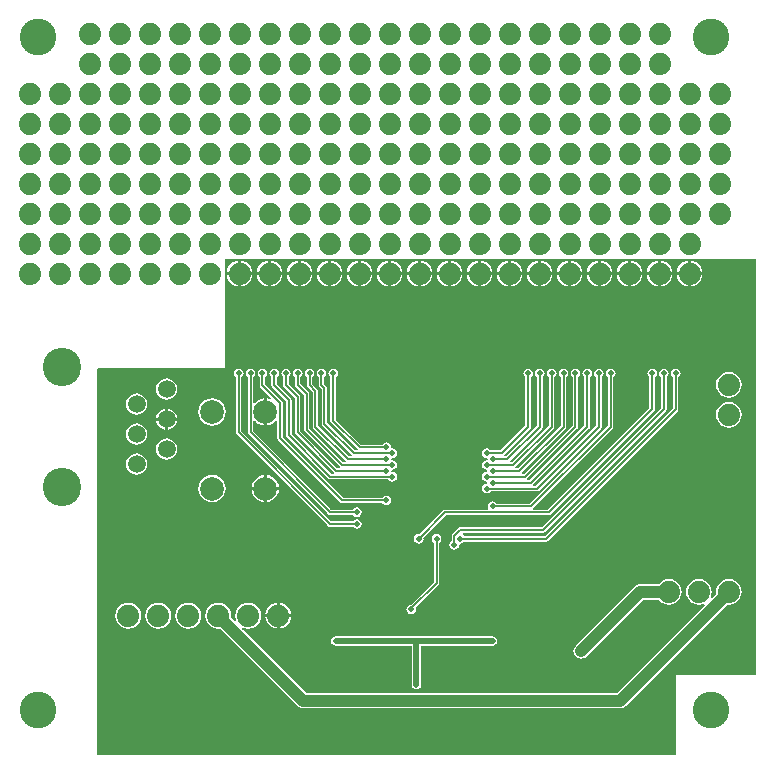
<source format=gbl>
G04 Layer_Physical_Order=2*
G04 Layer_Color=12500520*
%FSLAX25Y25*%
%MOIN*%
G70*
G01*
G75*
%ADD10C,0.05906*%
%ADD33C,0.03937*%
%ADD34C,0.00591*%
%ADD35C,0.01969*%
%ADD37C,0.07400*%
%ADD38C,0.12205*%
%ADD39C,0.12795*%
%ADD40C,0.07874*%
%ADD41C,0.01969*%
%ADD42C,0.03937*%
G36*
X255002Y166142D02*
X255002Y27559D01*
X228346D01*
Y903D01*
X35433D01*
X35433Y129568D01*
X35787Y129921D01*
X77953Y129921D01*
X77953Y166142D01*
X255002Y166142D01*
D02*
G37*
%LPC*%
G36*
X58622Y126310D02*
X57697Y126188D01*
X56835Y125831D01*
X56095Y125263D01*
X55527Y124523D01*
X55170Y123661D01*
X55048Y122736D01*
X55170Y121811D01*
X55527Y120949D01*
X56095Y120209D01*
X56835Y119641D01*
X57697Y119284D01*
X58622Y119162D01*
X59547Y119284D01*
X60409Y119641D01*
X61149Y120209D01*
X61717Y120949D01*
X62074Y121811D01*
X62196Y122736D01*
X62074Y123661D01*
X61717Y124523D01*
X61149Y125263D01*
X60409Y125831D01*
X59547Y126188D01*
X58622Y126310D01*
D02*
G37*
G36*
X48622Y121310D02*
X47697Y121188D01*
X46835Y120831D01*
X46095Y120263D01*
X45527Y119523D01*
X45170Y118661D01*
X45048Y117736D01*
X45170Y116811D01*
X45527Y115949D01*
X46095Y115209D01*
X46835Y114641D01*
X47697Y114284D01*
X48622Y114162D01*
X49547Y114284D01*
X50409Y114641D01*
X51149Y115209D01*
X51717Y115949D01*
X52074Y116811D01*
X52196Y117736D01*
X52074Y118661D01*
X51717Y119523D01*
X51149Y120263D01*
X50409Y120831D01*
X49547Y121188D01*
X48622Y121310D01*
D02*
G37*
G36*
X90551Y129558D02*
X89937Y129436D01*
X89416Y129088D01*
X89068Y128567D01*
X88946Y127953D01*
X89068Y127338D01*
X89416Y126817D01*
X89648Y126662D01*
Y124016D01*
X89717Y123670D01*
X89912Y123377D01*
X93507Y119783D01*
X93224Y119359D01*
X92717Y119569D01*
X92035Y119658D01*
Y115157D01*
Y110657D01*
X92717Y110747D01*
X93819Y111203D01*
X94765Y111928D01*
X95053Y112305D01*
X95553Y112135D01*
Y106299D01*
X95622Y105954D01*
X95818Y105661D01*
X116487Y84991D01*
X116780Y84795D01*
X117126Y84727D01*
X130599D01*
X130754Y84495D01*
X131275Y84146D01*
X131890Y84024D01*
X132504Y84146D01*
X133025Y84495D01*
X133373Y85015D01*
X133495Y85630D01*
X133373Y86244D01*
X133025Y86765D01*
X132504Y87113D01*
X131890Y87236D01*
X131275Y87113D01*
X130754Y86765D01*
X130599Y86533D01*
X117500D01*
X97360Y106673D01*
Y118110D01*
X97291Y118456D01*
X97095Y118749D01*
X91454Y124390D01*
Y126662D01*
X91686Y126817D01*
X92035Y127338D01*
X92157Y127953D01*
X92035Y128567D01*
X91686Y129088D01*
X91166Y129436D01*
X90551Y129558D01*
D02*
G37*
G36*
X82453Y160760D02*
X78691D01*
X78773Y160140D01*
X79205Y159096D01*
X79893Y158200D01*
X80789Y157512D01*
X81833Y157080D01*
X82453Y156998D01*
Y160760D01*
D02*
G37*
G36*
X246063Y128501D02*
X244943Y128353D01*
X243899Y127921D01*
X243003Y127233D01*
X242315Y126337D01*
X241883Y125293D01*
X241735Y124173D01*
X241883Y123053D01*
X242315Y122009D01*
X243003Y121113D01*
X243899Y120425D01*
X244943Y119993D01*
X246063Y119846D01*
X247183Y119993D01*
X248227Y120425D01*
X249123Y121113D01*
X249811Y122009D01*
X250243Y123053D01*
X250391Y124173D01*
X250243Y125293D01*
X249811Y126337D01*
X249123Y127233D01*
X248227Y127921D01*
X247183Y128353D01*
X246063Y128501D01*
D02*
G37*
G36*
X73819Y119724D02*
X72637Y119569D01*
X71536Y119112D01*
X70590Y118387D01*
X69864Y117441D01*
X69408Y116339D01*
X69252Y115157D01*
X69408Y113976D01*
X69864Y112874D01*
X70590Y111928D01*
X71536Y111203D01*
X72637Y110747D01*
X73819Y110591D01*
X75001Y110747D01*
X76102Y111203D01*
X77048Y111928D01*
X77774Y112874D01*
X78230Y113976D01*
X78386Y115157D01*
X78230Y116339D01*
X77774Y117441D01*
X77048Y118387D01*
X76102Y119112D01*
X75001Y119569D01*
X73819Y119724D01*
D02*
G37*
G36*
X246063Y118501D02*
X244943Y118353D01*
X243899Y117921D01*
X243003Y117233D01*
X242315Y116337D01*
X241883Y115293D01*
X241735Y114173D01*
X241883Y113053D01*
X242315Y112009D01*
X243003Y111113D01*
X243899Y110425D01*
X244943Y109993D01*
X246063Y109846D01*
X247183Y109993D01*
X248227Y110425D01*
X249123Y111113D01*
X249811Y112009D01*
X250243Y113053D01*
X250391Y114173D01*
X250243Y115293D01*
X249811Y116337D01*
X249123Y117233D01*
X248227Y117921D01*
X247183Y118353D01*
X246063Y118501D01*
D02*
G37*
G36*
X58122Y112236D02*
X55114D01*
X55170Y111811D01*
X55527Y110949D01*
X56095Y110209D01*
X56835Y109641D01*
X57697Y109284D01*
X58122Y109228D01*
Y112236D01*
D02*
G37*
G36*
X59122Y116244D02*
Y113236D01*
X62130D01*
X62074Y113661D01*
X61717Y114523D01*
X61149Y115263D01*
X60409Y115831D01*
X59547Y116188D01*
X59122Y116244D01*
D02*
G37*
G36*
X58122D02*
X57697Y116188D01*
X56835Y115831D01*
X56095Y115263D01*
X55527Y114523D01*
X55170Y113661D01*
X55114Y113236D01*
X58122D01*
Y116244D01*
D02*
G37*
G36*
X86614Y129558D02*
X86000Y129436D01*
X85479Y129088D01*
X85131Y128567D01*
X85009Y127953D01*
X85131Y127338D01*
X85479Y126817D01*
X85711Y126662D01*
Y108268D01*
X85780Y107922D01*
X85975Y107629D01*
X112550Y81054D01*
X112843Y80858D01*
X112901Y80847D01*
X113189Y80790D01*
X113189Y80790D01*
X120757D01*
X120912Y80558D01*
X121433Y80209D01*
X122047Y80087D01*
X122662Y80209D01*
X123183Y80558D01*
X123531Y81078D01*
X123653Y81693D01*
X123531Y82307D01*
X123183Y82828D01*
X122662Y83176D01*
X122047Y83299D01*
X121433Y83176D01*
X120912Y82828D01*
X120757Y82596D01*
X113563D01*
X87517Y108642D01*
Y112135D01*
X88017Y112305D01*
X88306Y111928D01*
X89252Y111203D01*
X90354Y110747D01*
X91035Y110657D01*
Y115157D01*
Y119658D01*
X90354Y119569D01*
X89252Y119112D01*
X88306Y118387D01*
X88017Y118010D01*
X87517Y118180D01*
Y126662D01*
X87749Y126817D01*
X88098Y127338D01*
X88220Y127953D01*
X88098Y128567D01*
X87749Y129088D01*
X87229Y129436D01*
X86614Y129558D01*
D02*
G37*
G36*
X92453Y160760D02*
X88691D01*
X88773Y160140D01*
X89205Y159096D01*
X89893Y158200D01*
X90789Y157512D01*
X91833Y157080D01*
X92453Y156998D01*
Y160760D01*
D02*
G37*
G36*
X182453D02*
X178691D01*
X178773Y160140D01*
X179205Y159096D01*
X179893Y158200D01*
X180789Y157512D01*
X181833Y157080D01*
X182453Y156998D01*
Y160760D01*
D02*
G37*
G36*
X172453D02*
X168691D01*
X168773Y160140D01*
X169205Y159096D01*
X169893Y158200D01*
X170789Y157512D01*
X171833Y157080D01*
X172453Y156998D01*
Y160760D01*
D02*
G37*
G36*
X162453D02*
X158691D01*
X158773Y160140D01*
X159205Y159096D01*
X159893Y158200D01*
X160789Y157512D01*
X161833Y157080D01*
X162453Y156998D01*
Y160760D01*
D02*
G37*
G36*
X212453D02*
X208691D01*
X208773Y160140D01*
X209205Y159096D01*
X209893Y158200D01*
X210789Y157512D01*
X211833Y157080D01*
X212453Y156998D01*
Y160760D01*
D02*
G37*
G36*
X202453D02*
X198691D01*
X198773Y160140D01*
X199205Y159096D01*
X199893Y158200D01*
X200789Y157512D01*
X201833Y157080D01*
X202453Y156998D01*
Y160760D01*
D02*
G37*
G36*
X192453D02*
X188691D01*
X188773Y160140D01*
X189205Y159096D01*
X189893Y158200D01*
X190789Y157512D01*
X191833Y157080D01*
X192453Y156998D01*
Y160760D01*
D02*
G37*
G36*
X122453D02*
X118691D01*
X118773Y160140D01*
X119205Y159096D01*
X119893Y158200D01*
X120789Y157512D01*
X121833Y157080D01*
X122453Y156998D01*
Y160760D01*
D02*
G37*
G36*
X112453D02*
X108691D01*
X108773Y160140D01*
X109205Y159096D01*
X109893Y158200D01*
X110789Y157512D01*
X111833Y157080D01*
X112453Y156998D01*
Y160760D01*
D02*
G37*
G36*
X102453D02*
X98691D01*
X98773Y160140D01*
X99205Y159096D01*
X99893Y158200D01*
X100789Y157512D01*
X101833Y157080D01*
X102453Y156998D01*
Y160760D01*
D02*
G37*
G36*
X152453D02*
X148691D01*
X148773Y160140D01*
X149205Y159096D01*
X149893Y158200D01*
X150789Y157512D01*
X151833Y157080D01*
X152453Y156998D01*
Y160760D01*
D02*
G37*
G36*
X142453D02*
X138691D01*
X138773Y160140D01*
X139205Y159096D01*
X139893Y158200D01*
X140789Y157512D01*
X141833Y157080D01*
X142453Y156998D01*
Y160760D01*
D02*
G37*
G36*
X132453D02*
X128691D01*
X128773Y160140D01*
X129205Y159096D01*
X129893Y158200D01*
X130789Y157512D01*
X131833Y157080D01*
X132453Y156998D01*
Y160760D01*
D02*
G37*
G36*
X226063Y59446D02*
X224943Y59298D01*
X223899Y58866D01*
X223003Y58178D01*
X222635Y57699D01*
X216535D01*
X215867Y57611D01*
X215685Y57536D01*
X215245Y57353D01*
X214710Y56943D01*
X195025Y37258D01*
X194615Y36724D01*
X194486Y36412D01*
X194357Y36101D01*
X194269Y35433D01*
X194357Y34765D01*
X194486Y34454D01*
X194615Y34143D01*
X195025Y33608D01*
X195560Y33198D01*
X195871Y33069D01*
X196182Y32940D01*
X196850Y32852D01*
X197518Y32940D01*
X197830Y33069D01*
X198141Y33198D01*
X198676Y33608D01*
X217605Y52537D01*
X222635D01*
X223003Y52058D01*
X223899Y51370D01*
X224943Y50938D01*
X226063Y50791D01*
X227183Y50938D01*
X228227Y51370D01*
X229123Y52058D01*
X229811Y52954D01*
X230243Y53998D01*
X230391Y55118D01*
X230243Y56238D01*
X229811Y57282D01*
X229123Y58178D01*
X228227Y58866D01*
X227183Y59298D01*
X226063Y59446D01*
D02*
G37*
G36*
X96366Y51506D02*
Y47744D01*
X100128D01*
X100046Y48364D01*
X99614Y49408D01*
X98926Y50304D01*
X98030Y50992D01*
X96986Y51424D01*
X96366Y51506D01*
D02*
G37*
G36*
X95366D02*
X94746Y51424D01*
X93702Y50992D01*
X92806Y50304D01*
X92118Y49408D01*
X91686Y48364D01*
X91604Y47744D01*
X95366D01*
Y51506D01*
D02*
G37*
G36*
X228346Y129558D02*
X227732Y129436D01*
X227211Y129088D01*
X226863Y128567D01*
X226741Y127953D01*
X226863Y127338D01*
X227211Y126817D01*
X227443Y126662D01*
Y116516D01*
X184665Y73738D01*
X157787D01*
X157631Y73970D01*
X157429Y74106D01*
X157287Y74753D01*
X157288Y74755D01*
X157383Y74884D01*
X184055D01*
X184401Y74953D01*
X184694Y75149D01*
X225048Y115503D01*
X225244Y115796D01*
X225313Y116142D01*
Y126662D01*
X225545Y126817D01*
X225893Y127338D01*
X226015Y127953D01*
X225893Y128567D01*
X225545Y129088D01*
X225024Y129436D01*
X224410Y129558D01*
X223795Y129436D01*
X223274Y129088D01*
X222926Y128567D01*
X222804Y127953D01*
X222926Y127338D01*
X223274Y126817D01*
X223506Y126662D01*
Y116516D01*
X183681Y76691D01*
X156496D01*
X156150Y76622D01*
X155857Y76426D01*
X153889Y74458D01*
X153693Y74164D01*
X153624Y73819D01*
Y72157D01*
X153392Y72001D01*
X153044Y71481D01*
X152922Y70866D01*
X153044Y70252D01*
X153392Y69731D01*
X153913Y69383D01*
X154528Y69261D01*
X155142Y69383D01*
X155663Y69731D01*
X156011Y70252D01*
X156133Y70866D01*
X156131Y70878D01*
X156484Y71231D01*
X156496Y71229D01*
X157111Y71351D01*
X157631Y71699D01*
X157787Y71931D01*
X185039D01*
X185385Y72000D01*
X185678Y72196D01*
X228985Y115503D01*
X229181Y115796D01*
X229250Y116142D01*
Y126662D01*
X229482Y126817D01*
X229830Y127338D01*
X229952Y127953D01*
X229830Y128567D01*
X229482Y129088D01*
X228961Y129436D01*
X228346Y129558D01*
D02*
G37*
G36*
X246063Y59446D02*
X244943Y59298D01*
X243899Y58866D01*
X243003Y58178D01*
X242315Y57282D01*
X241883Y56238D01*
X241735Y55118D01*
X241814Y54520D01*
X240425Y53130D01*
X240001Y53413D01*
X240243Y53998D01*
X240391Y55118D01*
X240243Y56238D01*
X239811Y57282D01*
X239123Y58178D01*
X238227Y58866D01*
X237183Y59298D01*
X236063Y59446D01*
X234943Y59298D01*
X233899Y58866D01*
X233003Y58178D01*
X232315Y57282D01*
X231883Y56238D01*
X231735Y55118D01*
X231883Y53998D01*
X232315Y52954D01*
X233003Y52058D01*
X233899Y51370D01*
X234943Y50938D01*
X236063Y50791D01*
X237183Y50938D01*
X237768Y51180D01*
X238051Y50756D01*
X208773Y21479D01*
X105282D01*
X83878Y42882D01*
X84162Y43306D01*
X84746Y43064D01*
X85866Y42917D01*
X86986Y43064D01*
X88030Y43496D01*
X88926Y44184D01*
X89614Y45080D01*
X90046Y46124D01*
X90194Y47244D01*
X90046Y48364D01*
X89614Y49408D01*
X88926Y50304D01*
X88030Y50992D01*
X86986Y51424D01*
X85866Y51572D01*
X84746Y51424D01*
X83702Y50992D01*
X82806Y50304D01*
X82118Y49408D01*
X81686Y48364D01*
X81539Y47244D01*
X81686Y46124D01*
X81928Y45539D01*
X81504Y45256D01*
X80115Y46646D01*
X80194Y47244D01*
X80046Y48364D01*
X79614Y49408D01*
X78926Y50304D01*
X78030Y50992D01*
X76986Y51424D01*
X75866Y51572D01*
X74746Y51424D01*
X73702Y50992D01*
X72806Y50304D01*
X72118Y49408D01*
X71686Y48364D01*
X71539Y47244D01*
X71686Y46124D01*
X72118Y45080D01*
X72806Y44184D01*
X73702Y43496D01*
X74746Y43064D01*
X75866Y42917D01*
X76465Y42995D01*
X102387Y17073D01*
X102922Y16662D01*
X103544Y16405D01*
X104213Y16317D01*
X209842D01*
X210511Y16405D01*
X210768Y16511D01*
X211133Y16662D01*
X211668Y17073D01*
X245464Y50869D01*
X246063Y50791D01*
X247183Y50938D01*
X248227Y51370D01*
X249123Y52058D01*
X249811Y52954D01*
X250243Y53998D01*
X250391Y55118D01*
X250243Y56238D01*
X249811Y57282D01*
X249123Y58178D01*
X248227Y58866D01*
X247183Y59298D01*
X246063Y59446D01*
D02*
G37*
G36*
X148622Y74440D02*
X148008Y74318D01*
X147487Y73970D01*
X147139Y73449D01*
X147016Y72835D01*
X147139Y72220D01*
X147487Y71699D01*
X147719Y71544D01*
Y58445D01*
X140183Y50909D01*
X140157Y50914D01*
X139543Y50792D01*
X139022Y50444D01*
X138674Y49923D01*
X138552Y49309D01*
X138674Y48694D01*
X139022Y48173D01*
X139543Y47825D01*
X140157Y47703D01*
X140772Y47825D01*
X141293Y48173D01*
X141641Y48694D01*
X141763Y49309D01*
X141659Y49831D01*
X149261Y57432D01*
X149457Y57725D01*
X149525Y58071D01*
Y71544D01*
X149757Y71699D01*
X150106Y72220D01*
X150228Y72835D01*
X150106Y73449D01*
X149757Y73970D01*
X149237Y74318D01*
X148622Y74440D01*
D02*
G37*
G36*
X55866Y51572D02*
X54746Y51424D01*
X53702Y50992D01*
X52806Y50304D01*
X52118Y49408D01*
X51686Y48364D01*
X51539Y47244D01*
X51686Y46124D01*
X52118Y45080D01*
X52806Y44184D01*
X53702Y43496D01*
X54746Y43064D01*
X55866Y42917D01*
X56986Y43064D01*
X58030Y43496D01*
X58926Y44184D01*
X59614Y45080D01*
X60046Y46124D01*
X60194Y47244D01*
X60046Y48364D01*
X59614Y49408D01*
X58926Y50304D01*
X58030Y50992D01*
X56986Y51424D01*
X55866Y51572D01*
D02*
G37*
G36*
X45866D02*
X44746Y51424D01*
X43702Y50992D01*
X42806Y50304D01*
X42118Y49408D01*
X41686Y48364D01*
X41539Y47244D01*
X41686Y46124D01*
X42118Y45080D01*
X42806Y44184D01*
X43702Y43496D01*
X44746Y43064D01*
X45866Y42917D01*
X46986Y43064D01*
X48030Y43496D01*
X48926Y44184D01*
X49614Y45080D01*
X50046Y46124D01*
X50194Y47244D01*
X50046Y48364D01*
X49614Y49408D01*
X48926Y50304D01*
X48030Y50992D01*
X46986Y51424D01*
X45866Y51572D01*
D02*
G37*
G36*
X167323Y40385D02*
X114961D01*
X114346Y40263D01*
X113825Y39915D01*
X113477Y39394D01*
X113355Y38780D01*
X113477Y38165D01*
X113825Y37644D01*
X114346Y37296D01*
X114961Y37174D01*
X140323D01*
Y24213D01*
X140446Y23598D01*
X140794Y23077D01*
X141315Y22729D01*
X141929Y22607D01*
X142544Y22729D01*
X143064Y23077D01*
X143413Y23598D01*
X143535Y24213D01*
Y37174D01*
X167323D01*
X167937Y37296D01*
X168458Y37644D01*
X168806Y38165D01*
X168929Y38780D01*
X168806Y39394D01*
X168458Y39915D01*
X167937Y40263D01*
X167323Y40385D01*
D02*
G37*
G36*
X95366Y46744D02*
X91604D01*
X91686Y46124D01*
X92118Y45080D01*
X92806Y44184D01*
X93702Y43496D01*
X94746Y43064D01*
X95366Y42982D01*
Y46744D01*
D02*
G37*
G36*
X100128D02*
X96366D01*
Y42982D01*
X96986Y43064D01*
X98030Y43496D01*
X98926Y44184D01*
X99614Y45080D01*
X100046Y46124D01*
X100128Y46744D01*
D02*
G37*
G36*
X65866Y51572D02*
X64746Y51424D01*
X63702Y50992D01*
X62806Y50304D01*
X62118Y49408D01*
X61686Y48364D01*
X61539Y47244D01*
X61686Y46124D01*
X62118Y45080D01*
X62806Y44184D01*
X63702Y43496D01*
X64746Y43064D01*
X65866Y42917D01*
X66986Y43064D01*
X68030Y43496D01*
X68926Y44184D01*
X69614Y45080D01*
X70046Y46124D01*
X70194Y47244D01*
X70046Y48364D01*
X69614Y49408D01*
X68926Y50304D01*
X68030Y50992D01*
X66986Y51424D01*
X65866Y51572D01*
D02*
G37*
G36*
X82677Y129558D02*
X82063Y129436D01*
X81542Y129088D01*
X81194Y128567D01*
X81072Y127953D01*
X81194Y127338D01*
X81542Y126817D01*
X81774Y126662D01*
Y108268D01*
X81843Y107922D01*
X82038Y107629D01*
X112550Y77117D01*
X112843Y76921D01*
X113189Y76853D01*
X120757D01*
X120912Y76621D01*
X121433Y76272D01*
X122047Y76150D01*
X122662Y76272D01*
X123183Y76621D01*
X123531Y77141D01*
X123653Y77756D01*
X123531Y78370D01*
X123183Y78891D01*
X122662Y79239D01*
X122047Y79362D01*
X121433Y79239D01*
X120912Y78891D01*
X120757Y78659D01*
X113563D01*
X83580Y108642D01*
Y126662D01*
X83812Y126817D01*
X84161Y127338D01*
X84283Y127953D01*
X84161Y128567D01*
X83812Y129088D01*
X83292Y129436D01*
X82677Y129558D01*
D02*
G37*
G36*
X102362Y129558D02*
X101748Y129436D01*
X101227Y129088D01*
X100879Y128567D01*
X100757Y127953D01*
X100879Y127338D01*
X101227Y126817D01*
X101459Y126662D01*
Y124016D01*
X101528Y123670D01*
X101724Y123377D01*
X104412Y120689D01*
Y109252D01*
X104481Y108906D01*
X104676Y108613D01*
X116414Y96876D01*
X116354Y96584D01*
X116226Y96376D01*
X115532D01*
X103265Y108642D01*
Y120079D01*
X103197Y120424D01*
X103001Y120717D01*
X99328Y124390D01*
Y126662D01*
X99561Y126817D01*
X99909Y127338D01*
X100031Y127953D01*
X99909Y128567D01*
X99561Y129088D01*
X99040Y129436D01*
X98425Y129558D01*
X97811Y129436D01*
X97290Y129088D01*
X96942Y128567D01*
X96820Y127953D01*
X96942Y127338D01*
X97290Y126817D01*
X97522Y126662D01*
Y124016D01*
X97591Y123670D01*
X97787Y123377D01*
X101459Y119705D01*
Y108268D01*
X101528Y107922D01*
X101724Y107629D01*
X114445Y94907D01*
X114385Y94615D01*
X114257Y94407D01*
X113563D01*
X100313Y107658D01*
Y119095D01*
X100244Y119440D01*
X100048Y119733D01*
X95391Y124390D01*
Y126662D01*
X95624Y126817D01*
X95972Y127338D01*
X96094Y127953D01*
X95972Y128567D01*
X95624Y129088D01*
X95103Y129436D01*
X94488Y129558D01*
X93874Y129436D01*
X93353Y129088D01*
X93005Y128567D01*
X92883Y127953D01*
X93005Y127338D01*
X93353Y126817D01*
X93585Y126662D01*
Y124016D01*
X93654Y123670D01*
X93849Y123377D01*
X98506Y118720D01*
Y107283D01*
X98575Y106938D01*
X98771Y106645D01*
X112550Y92865D01*
X112843Y92669D01*
X113189Y92601D01*
X132568D01*
X132723Y92369D01*
X133244Y92020D01*
X133858Y91898D01*
X134473Y92020D01*
X134994Y92369D01*
X135342Y92889D01*
X135464Y93504D01*
X135342Y94118D01*
X134994Y94639D01*
X134473Y94987D01*
X133858Y95110D01*
X133847Y95107D01*
X133586Y95368D01*
X133524Y95473D01*
X133586Y95577D01*
X133847Y95838D01*
X133858Y95835D01*
X134473Y95957D01*
X134994Y96306D01*
X135342Y96826D01*
X135464Y97441D01*
X135342Y98055D01*
X134994Y98576D01*
X134473Y98924D01*
X133858Y99047D01*
X133847Y99044D01*
X133586Y99305D01*
X133524Y99410D01*
X133586Y99514D01*
X133847Y99775D01*
X133858Y99772D01*
X134473Y99894D01*
X134994Y100243D01*
X135342Y100763D01*
X135464Y101378D01*
X135342Y101992D01*
X134994Y102513D01*
X134473Y102861D01*
X133858Y102984D01*
X133847Y102981D01*
X133586Y103242D01*
X133481Y103418D01*
X133373Y103961D01*
X133025Y104482D01*
X132504Y104830D01*
X131890Y104952D01*
X131275Y104830D01*
X130754Y104482D01*
X130599Y104250D01*
X123406D01*
X115076Y112579D01*
Y126662D01*
X115309Y126817D01*
X115657Y127338D01*
X115779Y127953D01*
X115657Y128567D01*
X115309Y129088D01*
X114788Y129436D01*
X114173Y129558D01*
X113559Y129436D01*
X113038Y129088D01*
X112690Y128567D01*
X112568Y127953D01*
X112690Y127338D01*
X113038Y126817D01*
X113270Y126662D01*
Y112205D01*
X113339Y111859D01*
X113535Y111566D01*
X122320Y102781D01*
X122259Y102489D01*
X122132Y102281D01*
X121437D01*
X112124Y111595D01*
Y123031D01*
X112055Y123377D01*
X111859Y123670D01*
X111139Y124390D01*
Y126662D01*
X111372Y126817D01*
X111720Y127338D01*
X111842Y127953D01*
X111720Y128567D01*
X111372Y129088D01*
X110851Y129436D01*
X110236Y129558D01*
X109622Y129436D01*
X109101Y129088D01*
X108753Y128567D01*
X108631Y127953D01*
X108753Y127338D01*
X109101Y126817D01*
X109333Y126662D01*
Y124016D01*
X109402Y123670D01*
X109598Y123377D01*
X110317Y122657D01*
Y111221D01*
X110386Y110875D01*
X110582Y110582D01*
X120351Y100813D01*
X120291Y100521D01*
X120163Y100313D01*
X119469D01*
X109171Y110610D01*
Y122047D01*
X109102Y122393D01*
X108906Y122686D01*
X107202Y124390D01*
Y126662D01*
X107435Y126817D01*
X107783Y127338D01*
X107905Y127953D01*
X107783Y128567D01*
X107435Y129088D01*
X106914Y129436D01*
X106299Y129558D01*
X105685Y129436D01*
X105164Y129088D01*
X104816Y128567D01*
X104694Y127953D01*
X104816Y127338D01*
X105164Y126817D01*
X105396Y126662D01*
Y124016D01*
X105465Y123670D01*
X105661Y123377D01*
X107365Y121673D01*
Y110236D01*
X107433Y109891D01*
X107629Y109598D01*
X118383Y98844D01*
X118322Y98553D01*
X118194Y98344D01*
X117500D01*
X106218Y109626D01*
Y121063D01*
X106149Y121409D01*
X105954Y121702D01*
X103265Y124390D01*
Y126662D01*
X103498Y126817D01*
X103846Y127338D01*
X103968Y127953D01*
X103846Y128567D01*
X103498Y129088D01*
X102977Y129436D01*
X102362Y129558D01*
D02*
G37*
G36*
X48622Y101310D02*
X47697Y101188D01*
X46835Y100831D01*
X46095Y100263D01*
X45527Y99523D01*
X45170Y98661D01*
X45048Y97736D01*
X45170Y96811D01*
X45527Y95949D01*
X46095Y95209D01*
X46835Y94641D01*
X47697Y94284D01*
X48622Y94162D01*
X49547Y94284D01*
X50409Y94641D01*
X51149Y95209D01*
X51717Y95949D01*
X52074Y96811D01*
X52196Y97736D01*
X52074Y98661D01*
X51717Y99523D01*
X51149Y100263D01*
X50409Y100831D01*
X49547Y101188D01*
X48622Y101310D01*
D02*
G37*
G36*
X202756Y129558D02*
X202141Y129436D01*
X201621Y129088D01*
X201273Y128567D01*
X201150Y127953D01*
X201273Y127338D01*
X201621Y126817D01*
X201853Y126662D01*
Y110610D01*
X181712Y90470D01*
X181018D01*
X180891Y90678D01*
X180830Y90970D01*
X199458Y109598D01*
X199653Y109891D01*
X199722Y110236D01*
Y126662D01*
X199954Y126817D01*
X200302Y127338D01*
X200425Y127953D01*
X200302Y128567D01*
X199954Y129088D01*
X199433Y129436D01*
X198819Y129558D01*
X198204Y129436D01*
X197684Y129088D01*
X197336Y128567D01*
X197213Y127953D01*
X197336Y127338D01*
X197684Y126817D01*
X197916Y126662D01*
Y110610D01*
X179744Y92439D01*
X179050D01*
X178922Y92647D01*
X178862Y92939D01*
X195520Y109598D01*
X195716Y109891D01*
X195728Y109948D01*
X195785Y110236D01*
X195785Y110236D01*
Y126662D01*
X196017Y126817D01*
X196365Y127338D01*
X196487Y127953D01*
X196365Y128567D01*
X196017Y129088D01*
X195496Y129436D01*
X194882Y129558D01*
X194267Y129436D01*
X193746Y129088D01*
X193398Y128567D01*
X193276Y127953D01*
X193398Y127338D01*
X193746Y126817D01*
X193979Y126662D01*
Y110610D01*
X177776Y94407D01*
X177081D01*
X176953Y94615D01*
X176893Y94907D01*
X191584Y109598D01*
X191779Y109891D01*
X191848Y110236D01*
Y126662D01*
X192080Y126817D01*
X192428Y127338D01*
X192551Y127953D01*
X192428Y128567D01*
X192080Y129088D01*
X191559Y129436D01*
X190945Y129558D01*
X190330Y129436D01*
X189810Y129088D01*
X189461Y128567D01*
X189339Y127953D01*
X189461Y127338D01*
X189810Y126817D01*
X190042Y126662D01*
Y110610D01*
X175807Y96376D01*
X175113D01*
X174985Y96584D01*
X174925Y96876D01*
X187646Y109598D01*
X187646Y109598D01*
X187842Y109891D01*
X187911Y110236D01*
Y126662D01*
X188143Y126817D01*
X188491Y127338D01*
X188613Y127953D01*
X188491Y128567D01*
X188143Y129088D01*
X187622Y129436D01*
X187008Y129558D01*
X186393Y129436D01*
X185872Y129088D01*
X185524Y128567D01*
X185402Y127953D01*
X185524Y127338D01*
X185872Y126817D01*
X186105Y126662D01*
Y110610D01*
X173838Y98344D01*
X173144D01*
X173017Y98552D01*
X172956Y98844D01*
X183710Y109598D01*
X183710Y109598D01*
X183905Y109891D01*
X183974Y110236D01*
Y126662D01*
X184206Y126817D01*
X184554Y127338D01*
X184677Y127953D01*
X184554Y128567D01*
X184206Y129088D01*
X183685Y129436D01*
X183071Y129558D01*
X182456Y129436D01*
X181936Y129088D01*
X181587Y128567D01*
X181465Y127953D01*
X181587Y127338D01*
X181936Y126817D01*
X182168Y126662D01*
Y110610D01*
X171870Y100313D01*
X171176D01*
X171048Y100521D01*
X170987Y100813D01*
X179772Y109598D01*
X179772Y109598D01*
X179968Y109891D01*
X179980Y109948D01*
X180037Y110236D01*
X180037Y110236D01*
Y126662D01*
X180269Y126817D01*
X180617Y127338D01*
X180739Y127953D01*
X180617Y128567D01*
X180269Y129088D01*
X179748Y129436D01*
X179134Y129558D01*
X178519Y129436D01*
X177998Y129088D01*
X177650Y128567D01*
X177528Y127953D01*
X177650Y127338D01*
X177998Y126817D01*
X178231Y126662D01*
Y110610D01*
X169902Y102281D01*
X166645D01*
X166490Y102513D01*
X165969Y102861D01*
X165354Y102984D01*
X164740Y102861D01*
X164219Y102513D01*
X163871Y101992D01*
X163749Y101378D01*
X163871Y100763D01*
X164219Y100243D01*
X164740Y99894D01*
X165354Y99772D01*
X165366Y99775D01*
X165719Y99421D01*
X165717Y99410D01*
X165719Y99398D01*
X165366Y99044D01*
X165354Y99047D01*
X164740Y98924D01*
X164219Y98576D01*
X163871Y98055D01*
X163749Y97441D01*
X163871Y96826D01*
X164219Y96306D01*
X164740Y95957D01*
X165354Y95835D01*
X165404Y95472D01*
X165354Y95110D01*
X164740Y94987D01*
X164219Y94639D01*
X163871Y94118D01*
X163749Y93504D01*
X163871Y92889D01*
X164219Y92369D01*
X164740Y92020D01*
X165354Y91898D01*
X165404Y91535D01*
X165354Y91173D01*
X164740Y91050D01*
X164219Y90702D01*
X163871Y90181D01*
X163749Y89567D01*
X163871Y88952D01*
X164219Y88432D01*
X164740Y88083D01*
X165354Y87961D01*
X165969Y88083D01*
X166490Y88432D01*
X166645Y88664D01*
X182087D01*
X182432Y88732D01*
X182725Y88928D01*
X203395Y109598D01*
X203590Y109891D01*
X203659Y110236D01*
Y126662D01*
X203891Y126817D01*
X204239Y127338D01*
X204362Y127953D01*
X204239Y128567D01*
X203891Y129088D01*
X203370Y129436D01*
X202756Y129558D01*
D02*
G37*
G36*
X62130Y112236D02*
X59122D01*
Y109228D01*
X59547Y109284D01*
X60409Y109641D01*
X61149Y110209D01*
X61717Y110949D01*
X62074Y111811D01*
X62130Y112236D01*
D02*
G37*
G36*
X48622Y111310D02*
X47697Y111188D01*
X46835Y110831D01*
X46095Y110263D01*
X45527Y109523D01*
X45170Y108661D01*
X45048Y107736D01*
X45170Y106811D01*
X45527Y105949D01*
X46095Y105209D01*
X46835Y104641D01*
X47697Y104284D01*
X48622Y104162D01*
X49547Y104284D01*
X50409Y104641D01*
X51149Y105209D01*
X51717Y105949D01*
X52074Y106811D01*
X52196Y107736D01*
X52074Y108661D01*
X51717Y109523D01*
X51149Y110263D01*
X50409Y110831D01*
X49547Y111188D01*
X48622Y111310D01*
D02*
G37*
G36*
X58622Y106310D02*
X57697Y106188D01*
X56835Y105831D01*
X56095Y105263D01*
X55527Y104523D01*
X55170Y103661D01*
X55048Y102736D01*
X55170Y101811D01*
X55527Y100949D01*
X56095Y100209D01*
X56835Y99641D01*
X57697Y99284D01*
X58622Y99162D01*
X59547Y99284D01*
X60409Y99641D01*
X61149Y100209D01*
X61717Y100949D01*
X62074Y101811D01*
X62196Y102736D01*
X62074Y103661D01*
X61717Y104523D01*
X61149Y105263D01*
X60409Y105831D01*
X59547Y106188D01*
X58622Y106310D01*
D02*
G37*
G36*
X91035Y89067D02*
X87035D01*
X87124Y88385D01*
X87581Y87284D01*
X88306Y86338D01*
X89252Y85612D01*
X90354Y85156D01*
X91035Y85066D01*
Y89067D01*
D02*
G37*
G36*
X73819Y94134D02*
X72637Y93978D01*
X71536Y93522D01*
X70590Y92796D01*
X69864Y91850D01*
X69408Y90749D01*
X69252Y89567D01*
X69408Y88385D01*
X69864Y87284D01*
X70590Y86338D01*
X71536Y85612D01*
X72637Y85156D01*
X73819Y85000D01*
X75001Y85156D01*
X76102Y85612D01*
X77048Y86338D01*
X77774Y87284D01*
X78230Y88385D01*
X78386Y89567D01*
X78230Y90749D01*
X77774Y91850D01*
X77048Y92796D01*
X76102Y93522D01*
X75001Y93978D01*
X73819Y94134D01*
D02*
G37*
G36*
X220472Y129558D02*
X219858Y129436D01*
X219337Y129088D01*
X218989Y128567D01*
X218867Y127953D01*
X218989Y127338D01*
X219337Y126817D01*
X219569Y126662D01*
Y116516D01*
X185650Y82596D01*
X181018D01*
X180891Y82804D01*
X180830Y83096D01*
X207332Y109598D01*
X207527Y109891D01*
X207596Y110236D01*
Y126662D01*
X207828Y126817D01*
X208176Y127338D01*
X208299Y127953D01*
X208176Y128567D01*
X207828Y129088D01*
X207307Y129436D01*
X206693Y129558D01*
X206079Y129436D01*
X205557Y129088D01*
X205209Y128567D01*
X205087Y127953D01*
X205209Y127338D01*
X205557Y126817D01*
X205790Y126662D01*
Y110610D01*
X179744Y84565D01*
X168613D01*
X168458Y84797D01*
X167937Y85145D01*
X167323Y85267D01*
X166708Y85145D01*
X166188Y84797D01*
X165839Y84276D01*
X165717Y83661D01*
X165830Y83096D01*
X165805Y82960D01*
X165610Y82596D01*
X151575D01*
X151229Y82527D01*
X150936Y82332D01*
X142990Y74386D01*
X142717Y74440D01*
X142102Y74318D01*
X141581Y73970D01*
X141233Y73449D01*
X141111Y72835D01*
X141233Y72220D01*
X141581Y71699D01*
X142102Y71351D01*
X142717Y71229D01*
X143331Y71351D01*
X143852Y71699D01*
X144200Y72220D01*
X144322Y72835D01*
X144268Y73109D01*
X151949Y80790D01*
X186024D01*
X186369Y80858D01*
X186662Y81054D01*
X221111Y115503D01*
X221307Y115796D01*
X221376Y116142D01*
Y126662D01*
X221608Y126817D01*
X221956Y127338D01*
X222078Y127953D01*
X221956Y128567D01*
X221608Y129088D01*
X221087Y129436D01*
X220472Y129558D01*
D02*
G37*
G36*
X92035Y94068D02*
Y90067D01*
X96036D01*
X95947Y90749D01*
X95490Y91850D01*
X94765Y92796D01*
X93819Y93522D01*
X92717Y93978D01*
X92035Y94068D01*
D02*
G37*
G36*
X91035D02*
X90354Y93978D01*
X89252Y93522D01*
X88306Y92796D01*
X87581Y91850D01*
X87124Y90749D01*
X87035Y90067D01*
X91035D01*
Y94068D01*
D02*
G37*
G36*
X96036Y89067D02*
X92035D01*
Y85066D01*
X92717Y85156D01*
X93819Y85612D01*
X94765Y86338D01*
X95490Y87284D01*
X95947Y88385D01*
X96036Y89067D01*
D02*
G37*
G36*
X232453Y165522D02*
X231833Y165440D01*
X230789Y165008D01*
X229893Y164320D01*
X229205Y163424D01*
X228773Y162380D01*
X228691Y161760D01*
X232453D01*
Y165522D01*
D02*
G37*
G36*
X222453D02*
X221833Y165440D01*
X220789Y165008D01*
X219893Y164320D01*
X219205Y163424D01*
X218773Y162380D01*
X218691Y161760D01*
X222453D01*
Y165522D01*
D02*
G37*
G36*
X212453D02*
X211833Y165440D01*
X210789Y165008D01*
X209893Y164320D01*
X209205Y163424D01*
X208773Y162380D01*
X208691Y161760D01*
X212453D01*
Y165522D01*
D02*
G37*
G36*
X103453D02*
Y161760D01*
X107214D01*
X107133Y162380D01*
X106701Y163424D01*
X106013Y164320D01*
X105117Y165008D01*
X104073Y165440D01*
X103453Y165522D01*
D02*
G37*
G36*
X93453D02*
Y161760D01*
X97215D01*
X97133Y162380D01*
X96701Y163424D01*
X96013Y164320D01*
X95117Y165008D01*
X94073Y165440D01*
X93453Y165522D01*
D02*
G37*
G36*
X83453D02*
Y161760D01*
X87214D01*
X87133Y162380D01*
X86700Y163424D01*
X86013Y164320D01*
X85116Y165008D01*
X84073Y165440D01*
X83453Y165522D01*
D02*
G37*
G36*
X172453D02*
X171833Y165440D01*
X170789Y165008D01*
X169893Y164320D01*
X169205Y163424D01*
X168773Y162380D01*
X168691Y161760D01*
X172453D01*
Y165522D01*
D02*
G37*
G36*
X162453D02*
X161833Y165440D01*
X160789Y165008D01*
X159893Y164320D01*
X159205Y163424D01*
X158773Y162380D01*
X158691Y161760D01*
X162453D01*
Y165522D01*
D02*
G37*
G36*
X152453D02*
X151833Y165440D01*
X150789Y165008D01*
X149893Y164320D01*
X149205Y163424D01*
X148773Y162380D01*
X148691Y161760D01*
X152453D01*
Y165522D01*
D02*
G37*
G36*
X202453D02*
X201833Y165440D01*
X200789Y165008D01*
X199893Y164320D01*
X199205Y163424D01*
X198773Y162380D01*
X198691Y161760D01*
X202453D01*
Y165522D01*
D02*
G37*
G36*
X192453D02*
X191833Y165440D01*
X190789Y165008D01*
X189893Y164320D01*
X189205Y163424D01*
X188773Y162380D01*
X188691Y161760D01*
X192453D01*
Y165522D01*
D02*
G37*
G36*
X182453D02*
X181833Y165440D01*
X180789Y165008D01*
X179893Y164320D01*
X179205Y163424D01*
X178773Y162380D01*
X178691Y161760D01*
X182453D01*
Y165522D01*
D02*
G37*
G36*
X113453D02*
Y161760D01*
X117215D01*
X117133Y162380D01*
X116700Y163424D01*
X116013Y164320D01*
X115117Y165008D01*
X114073Y165440D01*
X113453Y165522D01*
D02*
G37*
G36*
X203453D02*
Y161760D01*
X207214D01*
X207133Y162380D01*
X206701Y163424D01*
X206013Y164320D01*
X205117Y165008D01*
X204073Y165440D01*
X203453Y165522D01*
D02*
G37*
G36*
X193453D02*
Y161760D01*
X197214D01*
X197133Y162380D01*
X196701Y163424D01*
X196013Y164320D01*
X195117Y165008D01*
X194073Y165440D01*
X193453Y165522D01*
D02*
G37*
G36*
X183453D02*
Y161760D01*
X187215D01*
X187133Y162380D01*
X186700Y163424D01*
X186013Y164320D01*
X185117Y165008D01*
X184073Y165440D01*
X183453Y165522D01*
D02*
G37*
G36*
X233453D02*
Y161760D01*
X237214D01*
X237133Y162380D01*
X236701Y163424D01*
X236013Y164320D01*
X235117Y165008D01*
X234073Y165440D01*
X233453Y165522D01*
D02*
G37*
G36*
X223453D02*
Y161760D01*
X227215D01*
X227133Y162380D01*
X226701Y163424D01*
X226013Y164320D01*
X225117Y165008D01*
X224073Y165440D01*
X223453Y165522D01*
D02*
G37*
G36*
X213453D02*
Y161760D01*
X217214D01*
X217133Y162380D01*
X216701Y163424D01*
X216013Y164320D01*
X215117Y165008D01*
X214073Y165440D01*
X213453Y165522D01*
D02*
G37*
G36*
X143453D02*
Y161760D01*
X147214D01*
X147133Y162380D01*
X146701Y163424D01*
X146013Y164320D01*
X145117Y165008D01*
X144073Y165440D01*
X143453Y165522D01*
D02*
G37*
G36*
X133453D02*
Y161760D01*
X137215D01*
X137133Y162380D01*
X136700Y163424D01*
X136013Y164320D01*
X135117Y165008D01*
X134073Y165440D01*
X133453Y165522D01*
D02*
G37*
G36*
X123453D02*
Y161760D01*
X127215D01*
X127133Y162380D01*
X126700Y163424D01*
X126013Y164320D01*
X125117Y165008D01*
X124073Y165440D01*
X123453Y165522D01*
D02*
G37*
G36*
X173453D02*
Y161760D01*
X177215D01*
X177133Y162380D01*
X176700Y163424D01*
X176013Y164320D01*
X175117Y165008D01*
X174073Y165440D01*
X173453Y165522D01*
D02*
G37*
G36*
X163453D02*
Y161760D01*
X167215D01*
X167133Y162380D01*
X166700Y163424D01*
X166013Y164320D01*
X165117Y165008D01*
X164073Y165440D01*
X163453Y165522D01*
D02*
G37*
G36*
X153453D02*
Y161760D01*
X157214D01*
X157133Y162380D01*
X156701Y163424D01*
X156013Y164320D01*
X155117Y165008D01*
X154073Y165440D01*
X153453Y165522D01*
D02*
G37*
G36*
X147214Y160760D02*
X143453D01*
Y156998D01*
X144073Y157080D01*
X145117Y157512D01*
X146013Y158200D01*
X146701Y159096D01*
X147133Y160140D01*
X147214Y160760D01*
D02*
G37*
G36*
X137215D02*
X133453D01*
Y156998D01*
X134073Y157080D01*
X135117Y157512D01*
X136013Y158200D01*
X136700Y159096D01*
X137133Y160140D01*
X137215Y160760D01*
D02*
G37*
G36*
X127215D02*
X123453D01*
Y156998D01*
X124073Y157080D01*
X125117Y157512D01*
X126013Y158200D01*
X126700Y159096D01*
X127133Y160140D01*
X127215Y160760D01*
D02*
G37*
G36*
X177215D02*
X173453D01*
Y156998D01*
X174073Y157080D01*
X175117Y157512D01*
X176013Y158200D01*
X176700Y159096D01*
X177133Y160140D01*
X177215Y160760D01*
D02*
G37*
G36*
X167215D02*
X163453D01*
Y156998D01*
X164073Y157080D01*
X165117Y157512D01*
X166013Y158200D01*
X166700Y159096D01*
X167133Y160140D01*
X167215Y160760D01*
D02*
G37*
G36*
X157214D02*
X153453D01*
Y156998D01*
X154073Y157080D01*
X155117Y157512D01*
X156013Y158200D01*
X156701Y159096D01*
X157133Y160140D01*
X157214Y160760D01*
D02*
G37*
G36*
X87214D02*
X83453D01*
Y156998D01*
X84073Y157080D01*
X85116Y157512D01*
X86013Y158200D01*
X86700Y159096D01*
X87133Y160140D01*
X87214Y160760D01*
D02*
G37*
G36*
X232453D02*
X228691D01*
X228773Y160140D01*
X229205Y159096D01*
X229893Y158200D01*
X230789Y157512D01*
X231833Y157080D01*
X232453Y156998D01*
Y160760D01*
D02*
G37*
G36*
X222453D02*
X218691D01*
X218773Y160140D01*
X219205Y159096D01*
X219893Y158200D01*
X220789Y157512D01*
X221833Y157080D01*
X222453Y156998D01*
Y160760D01*
D02*
G37*
G36*
X117215D02*
X113453D01*
Y156998D01*
X114073Y157080D01*
X115117Y157512D01*
X116013Y158200D01*
X116700Y159096D01*
X117133Y160140D01*
X117215Y160760D01*
D02*
G37*
G36*
X107214D02*
X103453D01*
Y156998D01*
X104073Y157080D01*
X105117Y157512D01*
X106013Y158200D01*
X106701Y159096D01*
X107133Y160140D01*
X107214Y160760D01*
D02*
G37*
G36*
X97215D02*
X93453D01*
Y156998D01*
X94073Y157080D01*
X95117Y157512D01*
X96013Y158200D01*
X96701Y159096D01*
X97133Y160140D01*
X97215Y160760D01*
D02*
G37*
G36*
X187215D02*
X183453D01*
Y156998D01*
X184073Y157080D01*
X185117Y157512D01*
X186013Y158200D01*
X186700Y159096D01*
X187133Y160140D01*
X187215Y160760D01*
D02*
G37*
G36*
X112453Y165522D02*
X111833Y165440D01*
X110789Y165008D01*
X109893Y164320D01*
X109205Y163424D01*
X108773Y162380D01*
X108691Y161760D01*
X112453D01*
Y165522D01*
D02*
G37*
G36*
X102453D02*
X101833Y165440D01*
X100789Y165008D01*
X99893Y164320D01*
X99205Y163424D01*
X98773Y162380D01*
X98691Y161760D01*
X102453D01*
Y165522D01*
D02*
G37*
G36*
X92453D02*
X91833Y165440D01*
X90789Y165008D01*
X89893Y164320D01*
X89205Y163424D01*
X88773Y162380D01*
X88691Y161760D01*
X92453D01*
Y165522D01*
D02*
G37*
G36*
X142453D02*
X141833Y165440D01*
X140789Y165008D01*
X139893Y164320D01*
X139205Y163424D01*
X138773Y162380D01*
X138691Y161760D01*
X142453D01*
Y165522D01*
D02*
G37*
G36*
X132453D02*
X131833Y165440D01*
X130789Y165008D01*
X129893Y164320D01*
X129205Y163424D01*
X128773Y162380D01*
X128691Y161760D01*
X132453D01*
Y165522D01*
D02*
G37*
G36*
X122453D02*
X121833Y165440D01*
X120789Y165008D01*
X119893Y164320D01*
X119205Y163424D01*
X118773Y162380D01*
X118691Y161760D01*
X122453D01*
Y165522D01*
D02*
G37*
G36*
X217214Y160760D02*
X213453D01*
Y156998D01*
X214073Y157080D01*
X215117Y157512D01*
X216013Y158200D01*
X216701Y159096D01*
X217133Y160140D01*
X217214Y160760D01*
D02*
G37*
G36*
X207214D02*
X203453D01*
Y156998D01*
X204073Y157080D01*
X205117Y157512D01*
X206013Y158200D01*
X206701Y159096D01*
X207133Y160140D01*
X207214Y160760D01*
D02*
G37*
G36*
X197214D02*
X193453D01*
Y156998D01*
X194073Y157080D01*
X195117Y157512D01*
X196013Y158200D01*
X196701Y159096D01*
X197133Y160140D01*
X197214Y160760D01*
D02*
G37*
G36*
X82453Y165522D02*
X81833Y165440D01*
X80789Y165008D01*
X79893Y164320D01*
X79205Y163424D01*
X78773Y162380D01*
X78691Y161760D01*
X82453D01*
Y165522D01*
D02*
G37*
G36*
X237214Y160760D02*
X233453D01*
Y156998D01*
X234073Y157080D01*
X235117Y157512D01*
X236013Y158200D01*
X236701Y159096D01*
X237133Y160140D01*
X237214Y160760D01*
D02*
G37*
G36*
X227215D02*
X223453D01*
Y156998D01*
X224073Y157080D01*
X225117Y157512D01*
X226013Y158200D01*
X226701Y159096D01*
X227133Y160140D01*
X227215Y160760D01*
D02*
G37*
%LPD*%
D10*
X58622Y122736D02*
D03*
X48622Y117736D02*
D03*
X58622Y112736D02*
D03*
X48622Y107736D02*
D03*
X58622Y102736D02*
D03*
X48622Y97736D02*
D03*
D33*
X196850Y35433D02*
X216535Y55118D01*
X226063D01*
X209842Y18898D02*
X246063Y55118D01*
X104213Y18898D02*
X209842D01*
X75866Y47244D02*
X104213Y18898D01*
D34*
X206693Y110236D02*
Y127953D01*
X202756Y110236D02*
Y127953D01*
X198819Y110236D02*
Y127953D01*
X194882Y110236D02*
Y127953D01*
X190945Y110236D02*
Y127953D01*
X176181Y95472D02*
X190945Y110236D01*
X187008D02*
Y127953D01*
X183071Y110236D02*
Y127953D01*
X179134Y110236D02*
Y127953D01*
X165354Y97441D02*
X174213D01*
X187008Y110236D01*
X167323Y95472D02*
X176181D01*
X165354Y93504D02*
X178150D01*
X194882Y110236D01*
X167323Y91535D02*
X180118D01*
X198819Y110236D01*
X165354Y89567D02*
X182087D01*
X202756Y110236D01*
X167323Y83661D02*
X180118D01*
X206693Y110236D01*
X167323Y99410D02*
X172244D01*
X183071Y110236D01*
X165354Y101378D02*
X170276D01*
X179134Y110236D01*
X154528Y70866D02*
Y73819D01*
X156496Y75787D01*
X148622Y58071D02*
Y72835D01*
X142717D02*
X151575Y81693D01*
X156496Y72835D02*
X185039D01*
X228346Y116142D01*
Y127953D01*
X156496Y75787D02*
X184055D01*
X224410Y116142D01*
Y127953D01*
X151575Y81693D02*
X186024D01*
X220472Y116142D01*
Y127953D01*
X86614Y108268D02*
Y127953D01*
Y108268D02*
X113189Y81693D01*
X122047D01*
X82677Y108268D02*
Y127953D01*
Y108268D02*
X113189Y77756D01*
X122047D01*
X96457Y106299D02*
X117126Y85630D01*
X131890D01*
X113189Y93504D02*
X133858D01*
X115157Y95472D02*
X131890D01*
X117126Y97441D02*
X133858D01*
X119095Y99410D02*
X131890D01*
X121063Y101378D02*
X133858D01*
X123031Y103347D02*
X131890D01*
X114173Y112205D02*
X123031Y103347D01*
X114173Y112205D02*
Y127953D01*
X90551Y124016D02*
Y127953D01*
Y124016D02*
X96457Y118110D01*
Y106299D02*
Y118110D01*
X99410Y107283D02*
X113189Y93504D01*
X94488Y124016D02*
Y127953D01*
Y124016D02*
X99410Y119095D01*
Y107283D02*
Y119095D01*
X102362Y108268D02*
X115157Y95472D01*
X98425Y124016D02*
Y127953D01*
Y124016D02*
X102362Y120079D01*
Y108268D02*
Y120079D01*
X105315Y109252D02*
X117126Y97441D01*
X102362Y124016D02*
Y127953D01*
Y124016D02*
X105315Y121063D01*
Y109252D02*
Y121063D01*
X108268Y110236D02*
X119095Y99410D01*
X106299Y124016D02*
Y127953D01*
Y124016D02*
X108268Y122047D01*
Y110236D02*
Y122047D01*
X111221Y111221D02*
X121063Y101378D01*
X110236Y124016D02*
Y127953D01*
Y124016D02*
X111221Y123031D01*
Y111221D02*
Y123031D01*
X140157Y49606D02*
X148622Y58071D01*
X140157Y49309D02*
Y49606D01*
D35*
X141929Y38780D02*
X143701D01*
X137795D02*
X141929D01*
X141929Y38780D02*
X141929Y38780D01*
X141929Y24213D02*
Y38780D01*
X114961Y38780D02*
X125984D01*
X161417D02*
X167323D01*
X155512D02*
X161417D01*
X149606D02*
X155512D01*
X143701D02*
X149606D01*
X131890D02*
X137795D01*
X125984D02*
X131890D01*
D37*
X222953Y231260D02*
D03*
Y241260D02*
D03*
Y181260D02*
D03*
Y191260D02*
D03*
Y171260D02*
D03*
Y161260D02*
D03*
Y221260D02*
D03*
Y211260D02*
D03*
Y201260D02*
D03*
X212953Y241260D02*
D03*
X202953D02*
D03*
X192953D02*
D03*
X182953D02*
D03*
X172953D02*
D03*
X162953D02*
D03*
X152953D02*
D03*
X142953D02*
D03*
X62953D02*
D03*
X72953D02*
D03*
X82953D02*
D03*
X92953D02*
D03*
X102953D02*
D03*
X112953D02*
D03*
X122953D02*
D03*
X132953D02*
D03*
X52953D02*
D03*
X42953D02*
D03*
X32953D02*
D03*
X212953Y231260D02*
D03*
X202953D02*
D03*
X192953D02*
D03*
X182953D02*
D03*
X172953D02*
D03*
X162953D02*
D03*
X152953D02*
D03*
X142953D02*
D03*
X62953D02*
D03*
X72953D02*
D03*
X82953D02*
D03*
X92953D02*
D03*
X102953D02*
D03*
X112953D02*
D03*
X122953D02*
D03*
X132953D02*
D03*
X52953D02*
D03*
X42953D02*
D03*
X32953D02*
D03*
X242953Y181260D02*
D03*
X232953D02*
D03*
Y191260D02*
D03*
X242953D02*
D03*
X232953Y171260D02*
D03*
Y161260D02*
D03*
X242953Y221260D02*
D03*
X232953D02*
D03*
X242953Y211260D02*
D03*
X232953D02*
D03*
Y201260D02*
D03*
X242953D02*
D03*
X212953D02*
D03*
X202953D02*
D03*
X192953D02*
D03*
X182953D02*
D03*
X172953D02*
D03*
X162953D02*
D03*
X152953D02*
D03*
X142953D02*
D03*
X62953D02*
D03*
X72953D02*
D03*
X82953D02*
D03*
X92953D02*
D03*
X102953D02*
D03*
X112953D02*
D03*
X122953D02*
D03*
X132953D02*
D03*
X52953D02*
D03*
X42953D02*
D03*
X32953D02*
D03*
X22953D02*
D03*
X12953D02*
D03*
Y211260D02*
D03*
X22953D02*
D03*
X32953D02*
D03*
X42953D02*
D03*
X52953D02*
D03*
X132953D02*
D03*
X122953D02*
D03*
X112953D02*
D03*
X102953D02*
D03*
X92953D02*
D03*
X82953D02*
D03*
X72953D02*
D03*
X62953D02*
D03*
X142953D02*
D03*
X152953D02*
D03*
X162953D02*
D03*
X172953D02*
D03*
X182953D02*
D03*
X192953D02*
D03*
X202953D02*
D03*
X212953D02*
D03*
X12953Y221260D02*
D03*
X22953D02*
D03*
X32953D02*
D03*
X42953D02*
D03*
X52953D02*
D03*
X132953D02*
D03*
X122953D02*
D03*
X112953D02*
D03*
X102953D02*
D03*
X92953D02*
D03*
X82953D02*
D03*
X72953D02*
D03*
X62953D02*
D03*
X142953D02*
D03*
X152953D02*
D03*
X162953D02*
D03*
X172953D02*
D03*
X182953D02*
D03*
X192953D02*
D03*
X202953D02*
D03*
X212953D02*
D03*
Y161260D02*
D03*
X202953D02*
D03*
X192953D02*
D03*
X182953D02*
D03*
X172953D02*
D03*
X162953D02*
D03*
X152953D02*
D03*
X142953D02*
D03*
X62953D02*
D03*
X72953D02*
D03*
X82953D02*
D03*
X92953D02*
D03*
X102953D02*
D03*
X112953D02*
D03*
X122953D02*
D03*
X132953D02*
D03*
X52953D02*
D03*
X42953D02*
D03*
X32953D02*
D03*
X22953D02*
D03*
X12953D02*
D03*
Y171260D02*
D03*
X22953D02*
D03*
X32953D02*
D03*
X42953D02*
D03*
X52953D02*
D03*
X132953D02*
D03*
X122953D02*
D03*
X112953D02*
D03*
X102953D02*
D03*
X92953D02*
D03*
X82953D02*
D03*
X72953D02*
D03*
X62953D02*
D03*
X142953D02*
D03*
X152953D02*
D03*
X162953D02*
D03*
X172953D02*
D03*
X182953D02*
D03*
X192953D02*
D03*
X202953D02*
D03*
X212953D02*
D03*
Y191260D02*
D03*
X202953D02*
D03*
X192953D02*
D03*
X182953D02*
D03*
X172953D02*
D03*
X162953D02*
D03*
X152953D02*
D03*
X142953D02*
D03*
X62953D02*
D03*
X72953D02*
D03*
X82953D02*
D03*
X92953D02*
D03*
X102953D02*
D03*
X112953D02*
D03*
X122953D02*
D03*
X132953D02*
D03*
X52953D02*
D03*
X42953D02*
D03*
X32953D02*
D03*
X22953D02*
D03*
X12953D02*
D03*
Y181260D02*
D03*
X22953D02*
D03*
X32953D02*
D03*
X42953D02*
D03*
X52953D02*
D03*
X132953D02*
D03*
X122953D02*
D03*
X112953D02*
D03*
X102953D02*
D03*
X92953D02*
D03*
X82953D02*
D03*
X72953D02*
D03*
X62953D02*
D03*
X142953D02*
D03*
X152953D02*
D03*
X162953D02*
D03*
X172953D02*
D03*
X182953D02*
D03*
X192953D02*
D03*
X202953D02*
D03*
X212953D02*
D03*
X45866Y47244D02*
D03*
X55866D02*
D03*
X65866D02*
D03*
X75866D02*
D03*
X85866D02*
D03*
X95866D02*
D03*
X236063Y55118D02*
D03*
X246063D02*
D03*
X226063D02*
D03*
X246063Y114173D02*
D03*
Y124173D02*
D03*
D38*
X15748Y240158D02*
D03*
X240158D02*
D03*
Y15748D02*
D03*
X15748D02*
D03*
D39*
X23622Y130236D02*
D03*
Y90236D02*
D03*
D40*
X73819Y115157D02*
D03*
Y89567D02*
D03*
X91535D02*
D03*
Y115157D02*
D03*
D41*
X228346Y127953D02*
D03*
X224410D02*
D03*
X220472D02*
D03*
X206693D02*
D03*
X202756D02*
D03*
X198819D02*
D03*
X194882D02*
D03*
X190945D02*
D03*
X187008D02*
D03*
X183071D02*
D03*
X179134D02*
D03*
X90551D02*
D03*
X86614D02*
D03*
X82677D02*
D03*
X114173D02*
D03*
X110236D02*
D03*
X106299D02*
D03*
X102362Y127953D02*
D03*
X98425Y127953D02*
D03*
X94488D02*
D03*
X237598Y63779D02*
D03*
X225787D02*
D03*
X122047Y81693D02*
D03*
Y77756D02*
D03*
X131890Y85630D02*
D03*
X133858Y93504D02*
D03*
X131890Y95472D02*
D03*
X133858Y97441D02*
D03*
X131890Y99410D02*
D03*
X133858Y101378D02*
D03*
X131890Y103347D02*
D03*
X167323Y83661D02*
D03*
X205906Y22441D02*
D03*
X114961Y38780D02*
D03*
X198819Y31693D02*
D03*
X216535Y34843D02*
D03*
X210630D02*
D03*
X141929Y24213D02*
D03*
X167323Y38780D02*
D03*
X161417D02*
D03*
X155512D02*
D03*
X149606D02*
D03*
X143701D02*
D03*
X137795D02*
D03*
X131890D02*
D03*
X125984D02*
D03*
X178937Y53150D02*
D03*
X140748Y70866D02*
D03*
X150591D02*
D03*
X167323Y87598D02*
D03*
X165354Y89567D02*
D03*
X167323Y91535D02*
D03*
X165354Y93504D02*
D03*
X167323Y95472D02*
D03*
X165354Y97441D02*
D03*
X167323Y99410D02*
D03*
X165354Y101378D02*
D03*
X167323Y77756D02*
D03*
X148622Y72835D02*
D03*
X154528Y70866D02*
D03*
X156496Y72835D02*
D03*
X137795Y27559D02*
D03*
X185039Y111024D02*
D03*
X142717Y72835D02*
D03*
X131890Y91535D02*
D03*
X144685Y106299D02*
D03*
X152559D02*
D03*
X140157Y49309D02*
D03*
D42*
X196850Y35433D02*
D03*
M02*

</source>
